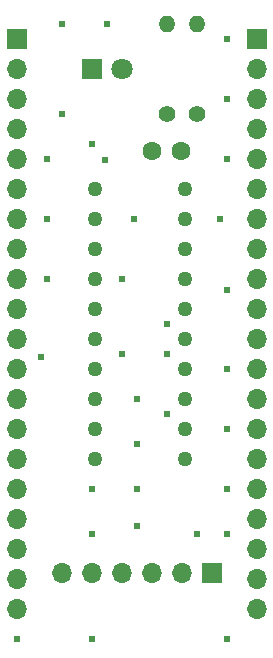
<source format=gts>
%TF.GenerationSoftware,KiCad,Pcbnew,7.0.5*%
%TF.CreationDate,2023-09-18T23:30:41+09:00*%
%TF.ProjectId,PIC18F47QXX_SD,50494331-3846-4343-9751-58585f53442e,1.1*%
%TF.SameCoordinates,PX60e4b00PY791ddc0*%
%TF.FileFunction,Soldermask,Top*%
%TF.FilePolarity,Negative*%
%FSLAX46Y46*%
G04 Gerber Fmt 4.6, Leading zero omitted, Abs format (unit mm)*
G04 Created by KiCad (PCBNEW 7.0.5) date 2023-09-18 23:30:41*
%MOMM*%
%LPD*%
G01*
G04 APERTURE LIST*
%ADD10C,1.400000*%
%ADD11O,1.400000X1.400000*%
%ADD12C,1.600000*%
%ADD13R,1.800000X1.800000*%
%ADD14C,1.800000*%
%ADD15C,1.270000*%
%ADD16R,1.700000X1.700000*%
%ADD17O,1.700000X1.700000*%
%ADD18C,0.605000*%
G04 APERTURE END LIST*
D10*
X17780000Y46990000D03*
D11*
X17780000Y54610000D03*
D12*
X14000000Y43820000D03*
X16500000Y43820000D03*
D13*
X8890000Y50800000D03*
D14*
X11430000Y50800000D03*
D10*
X15240000Y46990000D03*
D11*
X15240000Y54610000D03*
D15*
X9144000Y40640000D03*
X9144000Y38100000D03*
X9144000Y35560000D03*
X9144000Y33020000D03*
X9144000Y30480000D03*
X9144000Y27940000D03*
X9144000Y25400000D03*
X9144000Y22860000D03*
X9144000Y20320000D03*
X9144000Y17780000D03*
X16764000Y17780000D03*
X16764000Y20320000D03*
X16764000Y22860000D03*
X16764000Y25400000D03*
X16764000Y27940000D03*
X16764000Y30480000D03*
X16764000Y33020000D03*
X16764000Y35560000D03*
X16764000Y38100000D03*
X16764000Y40640000D03*
D16*
X19050000Y8128000D03*
D17*
X16510000Y8128000D03*
X13970000Y8128000D03*
X11430000Y8128000D03*
X8890000Y8128000D03*
X6350000Y8128000D03*
D16*
X2540000Y53340000D03*
D17*
X2540000Y50800000D03*
X2540000Y48260000D03*
X2540000Y45720000D03*
X2540000Y43180000D03*
X2540000Y40640000D03*
X2540000Y38100000D03*
X2540000Y35560000D03*
X2540000Y33020000D03*
X2540000Y30480000D03*
X2540000Y27940000D03*
X2540000Y25400000D03*
X2540000Y22860000D03*
X2540000Y20320000D03*
X2540000Y17780000D03*
X2540000Y15240000D03*
X2540000Y12700000D03*
X2540000Y10160000D03*
X2540000Y7620000D03*
X2540000Y5080000D03*
D16*
X22860000Y53340000D03*
D17*
X22860000Y50800000D03*
X22860000Y48260000D03*
X22860000Y45720000D03*
X22860000Y43180000D03*
X22860000Y40640000D03*
X22860000Y38100000D03*
X22860000Y35560000D03*
X22860000Y33020000D03*
X22860000Y30480000D03*
X22860000Y27940000D03*
X22860000Y25400000D03*
X22860000Y22860000D03*
X22860000Y20320000D03*
X22860000Y17780000D03*
X22860000Y15240000D03*
X22860000Y12700000D03*
X22860000Y10160000D03*
X22860000Y7620000D03*
X22860000Y5080000D03*
D18*
X19761200Y38100000D03*
X20320000Y48260000D03*
X12700000Y12065000D03*
X10064455Y43084455D03*
X8890000Y11430000D03*
X6350000Y54610000D03*
X12700000Y22860000D03*
X8890000Y15240000D03*
X20320000Y15240000D03*
X5080000Y38100000D03*
X10160000Y54610000D03*
X12700000Y19050000D03*
X5080000Y43180000D03*
X15240000Y29210000D03*
X20320000Y53340000D03*
X12700000Y15240000D03*
X20320000Y25400000D03*
X20320000Y32090000D03*
X15240000Y26670000D03*
X17780000Y11430000D03*
X11430000Y26670000D03*
X15240000Y21590000D03*
X2540000Y2540000D03*
X20320000Y20320000D03*
X5080000Y33020000D03*
X8890000Y2540000D03*
X20320000Y11430000D03*
X11430000Y33020000D03*
X6350000Y46990000D03*
X20320000Y2540000D03*
X12446000Y38100000D03*
X20320000Y43180000D03*
X4630000Y26410000D03*
X8890000Y44450000D03*
M02*

</source>
